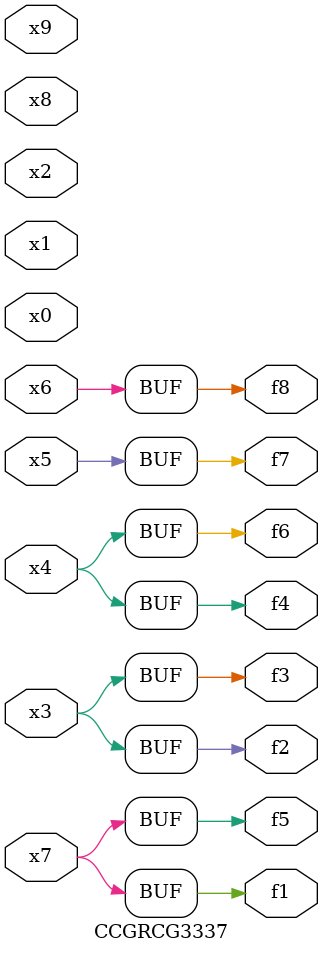
<source format=v>
module CCGRCG3337(
	input x0, x1, x2, x3, x4, x5, x6, x7, x8, x9,
	output f1, f2, f3, f4, f5, f6, f7, f8
);
	assign f1 = x7;
	assign f2 = x3;
	assign f3 = x3;
	assign f4 = x4;
	assign f5 = x7;
	assign f6 = x4;
	assign f7 = x5;
	assign f8 = x6;
endmodule

</source>
